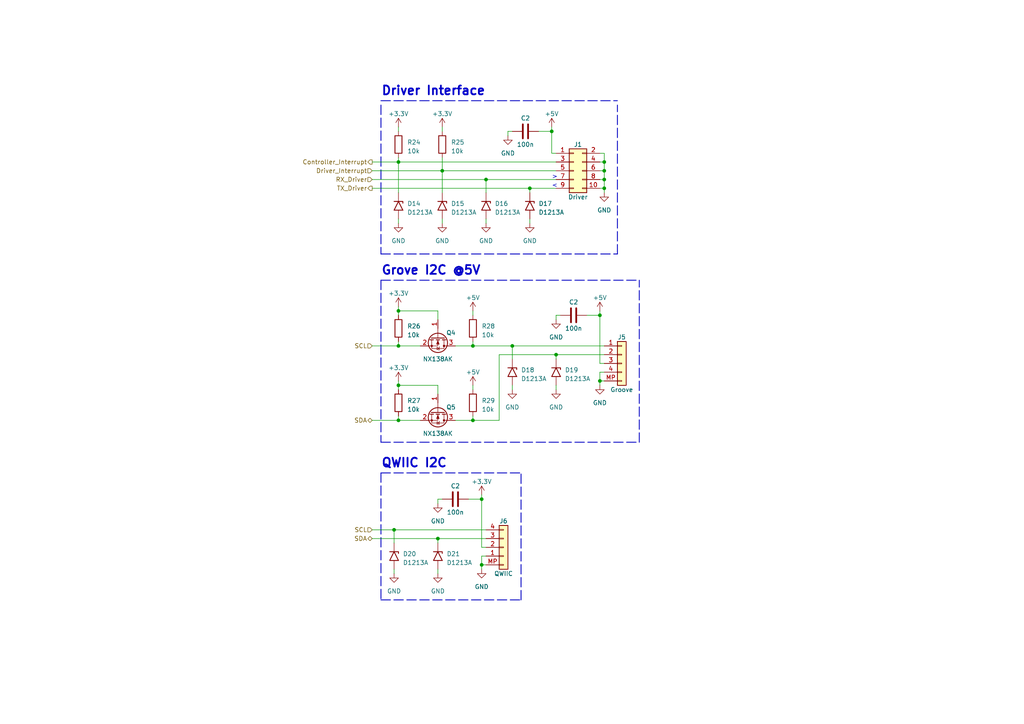
<source format=kicad_sch>
(kicad_sch (version 20230121) (generator eeschema)
  (paper "A4")
  (lib_symbols
    (symbol "Conn_01x04_1" (pin_names (offset 1.016) hide)
      (property "Reference" "J5" (at 0 5.08 0))
      (property "Value" "Groove" (at 0 -10.16 0))
      (symbol "Conn_01x04_1_1_1"
        (rectangle (start -1.27 -7.493) (end 0 -7.747) (stroke (width 0.1524)))
        (rectangle (start -1.27 -4.953) (end 0 -5.207) (stroke (width 0.1524)))
        (rectangle (start -1.27 -2.413) (end 0 -2.667) (stroke (width 0.1524)))
        (rectangle (start -1.27 0.127) (end 0 -0.127) (stroke (width 0.1524)))
        (rectangle (start -1.27 2.667) (end 0 2.413) (stroke (width 0.1524)))
        (rectangle (start -1.27 3.81) (end 1.27 -8.89) (stroke (width 0.254)) (fill (type background)))
        (pin passive line (at -5.08 2.54 0) (length 3.81) (name "Pin_1") (number "1"))
        (pin passive line (at -5.08 0 0) (length 3.81) (name "Pin_2") (number "2"))
        (pin passive line (at -5.08 -2.54 0) (length 3.81) (name "Pin_3") (number "3"))
        (pin passive line (at -5.08 -5.08 0) (length 3.81) (name "Pin_4") (number "4"))
        (pin passive line (at -5.08 -7.62 0) (length 3.81) (name "") (number "MP"))
      )
    )
    (symbol "Connector_Generic:Conn_01x04" (pin_names (offset 1.016) hide)
      (property "Reference" "J6" (at 0 10.16 0))
      (property "Value" "QWIIC" (at 0 -7.62 0))
      (symbol "Conn_01x04_1_1"
        (rectangle (start -1.27 -4.953) (end 0 -5.207) (stroke (width 0.1524)))
        (rectangle (start -1.27 -2.413) (end 0 -2.667) (stroke (width 0.1524)))
        (rectangle (start -1.27 0.127) (end 0 -0.127) (stroke (width 0.1524)))
        (rectangle (start -1.27 2.667) (end 0 2.413) (stroke (width 0.1524)))
        (rectangle (start -1.27 5.207) (end 0 4.953) (stroke (width 0.1524)))
        (rectangle (start -1.27 6.35) (end 1.27 -6.35) (stroke (width 0.254)) (fill (type background)))
        (pin passive line (at -5.08 2.54 0) (length 3.81) (name "Pin_1") (number "1"))
        (pin passive line (at -5.08 0 0) (length 3.81) (name "Pin_2") (number "2"))
        (pin passive line (at -5.08 -2.54 0) (length 3.81) (name "Pin_3") (number "3"))
        (pin passive line (at -5.08 -5.08 0) (length 3.81) (name "Pin_4") (number "4"))
        (pin passive line (at -5.08 5.08 0) (length 3.81) (name "") (number "MP"))
      )
    )
    (symbol "Connector_Generic:Conn_02x05_Odd_Even" (pin_names (offset 1.016) hide)
      (property "Reference" "J" (at 1.27 7.62 0))
      (property "Value" "Conn_02x05_Odd_Even" (at 1.27 -7.62 0))
      (symbol "Conn_02x05_Odd_Even_1_1"
        (rectangle (start -1.27 -4.953) (end 0 -5.207) (stroke (width 0.1524)))
        (rectangle (start -1.27 -2.413) (end 0 -2.667) (stroke (width 0.1524)))
        (rectangle (start -1.27 0.127) (end 0 -0.127) (stroke (width 0.1524)))
        (rectangle (start -1.27 2.667) (end 0 2.413) (stroke (width 0.1524)))
        (rectangle (start -1.27 5.207) (end 0 4.953) (stroke (width 0.1524)))
        (rectangle (start -1.27 6.35) (end 3.81 -6.35) (stroke (width 0.254)) (fill (type background)))
        (rectangle (start 3.81 -4.953) (end 2.54 -5.207) (stroke (width 0.1524)))
        (rectangle (start 3.81 -2.413) (end 2.54 -2.667) (stroke (width 0.1524)))
        (rectangle (start 3.81 0.127) (end 2.54 -0.127) (stroke (width 0.1524)))
        (rectangle (start 3.81 2.667) (end 2.54 2.413) (stroke (width 0.1524)))
        (rectangle (start 3.81 5.207) (end 2.54 4.953) (stroke (width 0.1524)))
        (pin passive line (at -5.08 5.08 0) (length 3.81) (name "Pin_1") (number "1"))
        (pin passive line (at 7.62 -5.08 180) (length 3.81) (name "Pin_10") (number "10"))
        (pin passive line (at 7.62 5.08 180) (length 3.81) (name "Pin_2") (number "2"))
        (pin passive line (at -5.08 2.54 0) (length 3.81) (name "Pin_3") (number "3"))
        (pin passive line (at 7.62 2.54 180) (length 3.81) (name "Pin_4") (number "4"))
        (pin passive line (at -5.08 0 0) (length 3.81) (name "Pin_5") (number "5"))
        (pin passive line (at 7.62 0 180) (length 3.81) (name "Pin_6") (number "6"))
        (pin passive line (at -5.08 -2.54 0) (length 3.81) (name "Pin_7") (number "7"))
        (pin passive line (at 7.62 -2.54 180) (length 3.81) (name "Pin_8") (number "8"))
        (pin passive line (at -5.08 -5.08 0) (length 3.81) (name "Pin_9") (number "9"))
      )
    )
    (symbol "Device:C" (pin_numbers hide) (pin_names (offset 0.254))
      (property "Reference" "C" (at 0.635 2.54 0))
      (property "Value" "C" (at 0.635 -2.54 0))
      (symbol "C_0_1"
        (polyline (pts (xy -2.032 -0.762) (xy 2.032 -0.762)) (stroke (width 0.508)))
        (polyline (pts (xy -2.032 0.762) (xy 2.032 0.762)) (stroke (width 0.508)))
      )
      (symbol "C_1_1"
        (pin passive line (at 0 3.81 270) (length 2.794) (name "~") (number "1"))
        (pin passive line (at 0 -3.81 90) (length 2.794) (name "~") (number "2"))
      )
    )
    (symbol "Device:Q_NMOS_GSD" (pin_names (offset 0) hide)
      (property "Reference" "Q" (at 5.08 1.27 0))
      (property "Value" "Q_NMOS_GSD" (at 5.08 -1.27 0))
      (symbol "Q_NMOS_GSD_0_1"
        (polyline (pts (xy 0.254 0) (xy -2.54 0)))
        (polyline (pts (xy 0.254 1.905) (xy 0.254 -1.905)) (stroke (width 0.254)))
        (polyline (pts (xy 0.762 -1.27) (xy 0.762 -2.286)) (stroke (width 0.254)))
        (polyline (pts (xy 0.762 0.508) (xy 0.762 -0.508)) (stroke (width 0.254)))
        (polyline (pts (xy 0.762 2.286) (xy 0.762 1.27)) (stroke (width 0.254)))
        (polyline (pts (xy 2.54 2.54) (xy 2.54 1.778)))
        (polyline (pts (xy 2.54 -2.54) (xy 2.54 0) (xy 0.762 0)))
        (polyline (pts (xy 0.762 -1.778) (xy 3.302 -1.778) (xy 3.302 1.778) (xy 0.762 1.778)))
        (polyline (pts (xy 1.016 0) (xy 2.032 0.381) (xy 2.032 -0.381) (xy 1.016 0)) (fill (type outline)))
        (polyline (pts (xy 2.794 0.508) (xy 2.921 0.381) (xy 3.683 0.381) (xy 3.81 0.254)))
        (polyline (pts (xy 3.302 0.381) (xy 2.921 -0.254) (xy 3.683 -0.254) (xy 3.302 0.381)))
        (circle (center 1.651 0) (radius 2.794) (stroke (width 0.254)))
        (circle (center 2.54 -1.778) (radius 0.254) (fill (type outline)))
        (circle (center 2.54 1.778) (radius 0.254) (fill (type outline)))
      )
      (symbol "Q_NMOS_GSD_1_1"
        (pin input line (at -5.08 0 0) (length 2.54) (name "G") (number "1"))
        (pin passive line (at 2.54 -5.08 90) (length 2.54) (name "S") (number "2"))
        (pin passive line (at 2.54 5.08 270) (length 2.54) (name "D") (number "3"))
      )
    )
    (symbol "Device:R" (pin_numbers hide) (pin_names (offset 0))
      (property "Reference" "R" (at 2.032 0 90))
      (property "Value" "R" (at 0 0 90))
      (symbol "R_0_1"
        (rectangle (start -1.016 -2.54) (end 1.016 2.54) (stroke (width 0.254)))
      )
      (symbol "R_1_1"
        (pin passive line (at 0 3.81 270) (length 1.27) (name "~") (number "1"))
        (pin passive line (at 0 -3.81 90) (length 1.27) (name "~") (number "2"))
      )
    )
    (symbol "Diode:1.5KExxA" (pin_numbers hide) (pin_names (offset 1.016) hide)
      (property "Reference" "D" (at 0 2.54 0))
      (property "Value" "1.5KExxA" (at 0 -2.54 0))
      (symbol "1.5KExxA_0_1"
        (polyline (pts (xy -0.762 1.27) (xy -1.27 1.27) (xy -1.27 -1.27)) (stroke (width 0.254)))
        (polyline (pts (xy 1.27 1.27) (xy 1.27 -1.27) (xy -1.27 0) (xy 1.27 1.27)) (stroke (width 0.254)))
      )
      (symbol "1.5KExxA_1_1"
        (pin passive line (at -3.81 0 0) (length 2.54) (name "A1") (number "1"))
        (pin passive line (at 3.81 0 180) (length 2.54) (name "A2") (number "2"))
      )
    )
    (symbol "power:+3.3V" (power) (pin_names (offset 0))
      (property "Value" "+3.3V" (at 0 3.556 0))
      (symbol "+3.3V_0_1"
        (polyline (pts (xy -0.762 1.27) (xy 0 2.54)))
        (polyline (pts (xy 0 0) (xy 0 2.54)))
        (polyline (pts (xy 0 2.54) (xy 0.762 1.27)))
      )
      (symbol "+3.3V_1_1"
        (pin power_in line (at 0 0 90) (length 0) hide (name "+3.3V") (number "1"))
      )
    )
    (symbol "power:+5V" (power) (pin_names (offset 0))
      (property "Value" "+5V" (at 0 3.556 0))
      (symbol "+5V_0_1"
        (polyline (pts (xy -0.762 1.27) (xy 0 2.54)))
        (polyline (pts (xy 0 0) (xy 0 2.54)))
        (polyline (pts (xy 0 2.54) (xy 0.762 1.27)))
      )
      (symbol "+5V_1_1"
        (pin power_in line (at 0 0 90) (length 0) hide (name "+5V") (number "1"))
      )
    )
    (symbol "power:GND" (power) (pin_names (offset 0))
      (property "Value" "GND" (at 0 -3.81 0))
      (symbol "GND_0_1"
        (polyline (pts (xy 0 0) (xy 0 -1.27) (xy 1.27 -1.27) (xy 0 -2.54) (xy -1.27 -1.27) (xy 0 -1.27)))
      )
      (symbol "GND_1_1"
        (pin power_in line (at 0 0 270) (length 0) hide (name "GND") (number "1"))
      )
    )
  )
  (junction (at 127 156.21))
  (junction (at 175.26 52.07))
  (junction (at 137.16 121.92))
  (junction (at 153.67 54.61))
  (junction (at 173.99 110.49))
  (junction (at 175.26 46.99))
  (junction (at 175.26 49.53))
  (junction (at 160.02 38.1))
  (junction (at 175.26 54.61))
  (junction (at 115.57 121.92))
  (junction (at 128.27 49.53))
  (junction (at 114.3 153.67))
  (junction (at 139.7 163.83))
  (junction (at 161.29 102.87))
  (junction (at 115.57 111.76))
  (junction (at 148.59 100.33))
  (junction (at 115.57 46.99))
  (junction (at 115.57 100.33))
  (junction (at 139.7 144.78))
  (junction (at 115.57 90.17))
  (junction (at 137.16 100.33))
  (junction (at 140.97 52.07))
  (junction (at 173.99 91.44))
  (wire (pts (xy 153.67 63.5) (xy 153.67 64.77)))
  (wire (pts (xy 114.3 153.67) (xy 114.3 157.48)))
  (wire (pts (xy 173.99 91.44) (xy 173.99 105.41)))
  (wire (pts (xy 115.57 111.76) (xy 115.57 113.03)))
  (polyline (pts (xy 179.07 73.66) (xy 179.07 30.48)) (stroke (width 0.25) (type dash)))
  (wire (pts (xy 107.95 100.33) (xy 115.57 100.33)))
  (wire (pts (xy 127 111.76) (xy 115.57 111.76)))
  (wire (pts (xy 161.29 102.87) (xy 175.26 102.87)))
  (polyline (pts (xy 110.49 128.27) (xy 185.42 128.27)) (stroke (width 0.25) (type dash)))
  (wire (pts (xy 175.26 105.41) (xy 173.99 105.41)))
  (wire (pts (xy 173.99 52.07) (xy 175.26 52.07)))
  (wire (pts (xy 175.26 44.45) (xy 173.99 44.45)))
  (wire (pts (xy 132.08 100.33) (xy 137.16 100.33)))
  (wire (pts (xy 137.16 100.33) (xy 148.59 100.33)))
  (wire (pts (xy 153.67 55.88) (xy 153.67 54.61)))
  (wire (pts (xy 115.57 63.5) (xy 115.57 64.77)))
  (wire (pts (xy 114.3 165.1) (xy 114.3 166.37)))
  (wire (pts (xy 128.27 63.5) (xy 128.27 64.77)))
  (wire (pts (xy 107.95 46.99) (xy 115.57 46.99)))
  (polyline (pts (xy 110.49 137.16) (xy 151.13 137.16)) (stroke (width 0.25) (type dash)))
  (wire (pts (xy 144.78 102.87) (xy 144.78 121.92)))
  (wire (pts (xy 140.97 55.88) (xy 140.97 52.07)))
  (wire (pts (xy 139.7 143.51) (xy 139.7 144.78)))
  (wire (pts (xy 107.95 54.61) (xy 153.67 54.61)))
  (wire (pts (xy 137.16 120.65) (xy 137.16 121.92)))
  (wire (pts (xy 161.29 91.44) (xy 162.56 91.44)))
  (wire (pts (xy 107.95 153.67) (xy 114.3 153.67)))
  (wire (pts (xy 170.18 91.44) (xy 173.99 91.44)))
  (wire (pts (xy 140.97 52.07) (xy 161.29 52.07)))
  (wire (pts (xy 137.16 90.17) (xy 137.16 91.44)))
  (wire (pts (xy 127 165.1) (xy 127 166.37)))
  (wire (pts (xy 127 146.05) (xy 127 144.78)))
  (wire (pts (xy 153.67 54.61) (xy 161.29 54.61)))
  (wire (pts (xy 175.26 55.88) (xy 175.26 54.61)))
  (wire (pts (xy 173.99 110.49) (xy 173.99 111.76)))
  (wire (pts (xy 160.02 38.1) (xy 160.02 44.45)))
  (wire (pts (xy 115.57 46.99) (xy 161.29 46.99)))
  (wire (pts (xy 173.99 110.49) (xy 173.99 107.95)))
  (wire (pts (xy 175.26 54.61) (xy 175.26 52.07)))
  (wire (pts (xy 128.27 36.83) (xy 128.27 38.1)))
  (wire (pts (xy 137.16 99.06) (xy 137.16 100.33)))
  (wire (pts (xy 107.95 156.21) (xy 127 156.21)))
  (polyline (pts (xy 151.13 173.99) (xy 151.13 137.16)) (stroke (width 0.25) (type dash)))
  (wire (pts (xy 173.99 107.95) (xy 175.26 107.95)))
  (wire (pts (xy 115.57 55.88) (xy 115.57 46.99)))
  (wire (pts (xy 128.27 55.88) (xy 128.27 49.53)))
  (wire (pts (xy 127 111.76) (xy 127 114.3)))
  (wire (pts (xy 139.7 163.83) (xy 139.7 161.29)))
  (wire (pts (xy 115.57 90.17) (xy 115.57 91.44)))
  (wire (pts (xy 115.57 110.49) (xy 115.57 111.76)))
  (wire (pts (xy 115.57 121.92) (xy 121.92 121.92)))
  (wire (pts (xy 127 156.21) (xy 140.97 156.21)))
  (wire (pts (xy 156.21 38.1) (xy 160.02 38.1)))
  (wire (pts (xy 173.99 46.99) (xy 175.26 46.99)))
  (wire (pts (xy 139.7 163.83) (xy 140.97 163.83)))
  (wire (pts (xy 144.78 102.87) (xy 161.29 102.87)))
  (wire (pts (xy 115.57 100.33) (xy 121.92 100.33)))
  (wire (pts (xy 115.57 88.9) (xy 115.57 90.17)))
  (wire (pts (xy 114.3 153.67) (xy 140.97 153.67)))
  (wire (pts (xy 128.27 49.53) (xy 161.29 49.53)))
  (wire (pts (xy 127 156.21) (xy 127 157.48)))
  (wire (pts (xy 147.32 39.37) (xy 147.32 38.1)))
  (wire (pts (xy 139.7 144.78) (xy 139.7 158.75)))
  (wire (pts (xy 161.29 111.76) (xy 161.29 113.03)))
  (wire (pts (xy 107.95 121.92) (xy 115.57 121.92)))
  (wire (pts (xy 175.26 52.07) (xy 175.26 49.53)))
  (wire (pts (xy 160.02 36.83) (xy 160.02 38.1)))
  (wire (pts (xy 137.16 121.92) (xy 144.78 121.92)))
  (wire (pts (xy 173.99 54.61) (xy 175.26 54.61)))
  (wire (pts (xy 161.29 44.45) (xy 160.02 44.45)))
  (wire (pts (xy 135.89 144.78) (xy 139.7 144.78)))
  (wire (pts (xy 173.99 90.17) (xy 173.99 91.44)))
  (wire (pts (xy 161.29 102.87) (xy 161.29 104.14)))
  (wire (pts (xy 161.29 92.71) (xy 161.29 91.44)))
  (wire (pts (xy 107.95 49.53) (xy 128.27 49.53)))
  (wire (pts (xy 148.59 100.33) (xy 148.59 104.14)))
  (polyline (pts (xy 110.49 81.28) (xy 110.49 128.27)) (stroke (width 0.25) (type dash)))
  (polyline (pts (xy 110.49 173.99) (xy 151.13 173.99)) (stroke (width 0.25) (type dash)))
  (wire (pts (xy 173.99 110.49) (xy 175.26 110.49)))
  (wire (pts (xy 115.57 45.72) (xy 115.57 46.99)))
  (polyline (pts (xy 110.49 137.16) (xy 110.49 173.99)) (stroke (width 0.25) (type dash)))
  (wire (pts (xy 115.57 36.83) (xy 115.57 38.1)))
  (wire (pts (xy 127 90.17) (xy 127 92.71)))
  (polyline (pts (xy 110.49 73.66) (xy 179.07 73.66)) (stroke (width 0.25) (type dash)))
  (polyline (pts (xy 110.49 30.48) (xy 110.49 73.66)) (stroke (width 0.25) (type dash)))
  (wire (pts (xy 175.26 46.99) (xy 175.26 44.45)))
  (wire (pts (xy 139.7 161.29) (xy 140.97 161.29)))
  (wire (pts (xy 128.27 45.72) (xy 128.27 49.53)))
  (wire (pts (xy 127 90.17) (xy 115.57 90.17)))
  (polyline (pts (xy 185.42 128.27) (xy 185.42 81.28)) (stroke (width 0.25) (type dash)))
  (polyline (pts (xy 110.49 29.21) (xy 179.07 29.21)) (stroke (width 0.25) (type dash)))
  (wire (pts (xy 140.97 63.5) (xy 140.97 64.77)))
  (wire (pts (xy 132.08 121.92) (xy 137.16 121.92)))
  (wire (pts (xy 173.99 49.53) (xy 175.26 49.53)))
  (wire (pts (xy 137.16 111.76) (xy 137.16 113.03)))
  (wire (pts (xy 148.59 100.33) (xy 175.26 100.33)))
  (polyline (pts (xy 110.49 81.28) (xy 185.42 81.28)) (stroke (width 0.25) (type dash)))
  (wire (pts (xy 115.57 120.65) (xy 115.57 121.92)))
  (wire (pts (xy 139.7 165.1) (xy 139.7 163.83)))
  (wire (pts (xy 148.59 111.76) (xy 148.59 113.03)))
  (wire (pts (xy 140.97 158.75) (xy 139.7 158.75)))
  (wire (pts (xy 147.32 38.1) (xy 148.59 38.1)))
  (wire (pts (xy 127 144.78) (xy 128.27 144.78)))
  (wire (pts (xy 115.57 99.06) (xy 115.57 100.33)))
  (wire (pts (xy 175.26 49.53) (xy 175.26 46.99)))
  (wire (pts (xy 107.95 52.07) (xy 140.97 52.07)))
  (text ">" (at 160.02 52.07 0) (effects (font (size 1.27 1.27)) (justify left bottom)))
  (text "Grove I2C @5V" (at 110.49 80.01 0) (effects (font (size 2.54 2.54) bold) (justify left bottom)))
  (text "Driver Interface\n" (at 110.49 27.94 0) (effects (font (size 2.54 2.54) bold) (justify left bottom)))
  (text "QWIIC I2C" (at 110.49 135.89 0) (effects (font (size 2.54 2.54) bold) (justify left bottom)))
  (text "<" (at 160.02 54.61 0) (effects (font (size 1.27 1.27)) (justify left bottom)))
  (hierarchical_label "Controller_Interrupt" (shape output) (at 107.95 46.99 180))
  (hierarchical_label "SDA" (shape bidirectional) (at 107.95 121.92 180))
  (hierarchical_label "SCL" (shape input) (at 107.95 153.67 180))
  (hierarchical_label "SCL" (shape input) (at 107.95 100.33 180))
  (hierarchical_label "RX_Driver" (shape input) (at 107.95 52.07 180))
  (hierarchical_label "TX_Driver" (shape output) (at 107.95 54.61 180))
  (hierarchical_label "Driver_Interrupt" (shape input) (at 107.95 49.53 180))
  (hierarchical_label "SDA" (shape bidirectional) (at 107.95 156.21 180))
  (symbol (lib_id "Device:C") (at 166.37 91.44 90) (unit 1)
    (property "Reference" "C2" (at 166.37 87.63 90))
    (property "Value" "100n" (at 166.37 95.25 90))
    (property "Footprint" "Capacitor_SMD:C_0805_2012Metric" (effects hide))
    (instances (project "Controller" (path "" (reference "C2") (unit 1)) (path "" (reference "C1") (unit 1)) (path "" (reference "C6") (unit 1)) (path "" (reference "C11") (unit 1))))
  )
  (symbol (lib_id "power:GND") (at 128.27 64.77 0) (unit 1)
    (property "Reference" "#PWR01" (effects hide))
    (property "Value" "GND" (at 128.27 69.85 0))
    (instances (project "Controller" (path "" (reference "#PWR01") (unit 1)) (path "" (reference "#PWR060") (unit 1))))
  )
  (symbol (lib_name "Conn_01x04_1") (lib_id "Connector_Generic:Conn_01x04") (at 180.34 102.87 0) (unit 1)
    (property "Reference" "J5" (at 180.34 97.79 0))
    (property "Value" "Groove" (at 180.34 113.03 0))
    (property "Footprint" "Grove:CONN_BM04B-PASS-1-TFTLFSN_JST" (effects hide))
    (property "DigiKey" "455-2639-1-ND" (effects hide))
  )
  (symbol (lib_id "Diode:1.5KExxA") (at 127 161.29 270) (unit 1)
    (property "Reference" "D21" (at 129.54 160.655 90) (effects (justify left)))
    (property "Value" "D1213A" (at 129.54 163.195 90) (effects (justify left)))
    (property "Footprint" "Diode_SMD:D_SOD-323" (effects hide))
    (property "DigiKey" "D1213A-01WS-7" (effects hide))
  )
  (symbol (lib_id "Device:R") (at 115.57 41.91 0) (unit 1)
    (property "Reference" "R24" (at 118.11 41.275 0) (effects (justify left)))
    (property "Value" "10k" (at 118.11 43.815 0) (effects (justify left)))
    (property "Footprint" "Resistor_SMD:R_0805_2012Metric" (effects hide))
  )
  (symbol (lib_id "power:+5V") (at 137.16 90.17 0) (unit 1)
    (property "Reference" "#PWR04" (effects hide))
    (property "Value" "+5V" (at 137.16 86.36 0))
    (instances (project "Controller" (path "" (reference "#PWR04") (unit 1)) (path "" (reference "#PWR068") (unit 1))))
  )
  (symbol (lib_id "power:+5V") (at 137.16 111.76 0) (unit 1)
    (property "Reference" "#PWR04" (effects hide))
    (property "Value" "+5V" (at 137.16 107.95 0))
    (instances (project "Controller" (path "" (reference "#PWR04") (unit 1)) (path "" (reference "#PWR069") (unit 1))))
  )
  (symbol (lib_id "power:GND") (at 139.7 165.1 0) (unit 1)
    (property "Reference" "#PWR01" (effects hide))
    (property "Value" "GND" (at 139.7 170.18 0))
    (instances (project "Controller" (path "" (reference "#PWR01") (unit 1)) (path "" (reference "#PWR079") (unit 1))))
  )
  (symbol (lib_id "Device:R") (at 115.57 95.25 0) (unit 1)
    (property "Reference" "R26" (at 118.11 94.615 0) (effects (justify left)))
    (property "Value" "10k" (at 118.11 97.155 0) (effects (justify left)))
    (property "Footprint" "Resistor_SMD:R_0805_2012Metric" (effects hide))
  )
  (symbol (lib_id "power:GND") (at 153.67 64.77 0) (unit 1)
    (property "Reference" "#PWR01" (effects hide))
    (property "Value" "GND" (at 153.67 69.85 0))
    (instances (project "Controller" (path "" (reference "#PWR01") (unit 1)) (path "" (reference "#PWR063") (unit 1))))
  )
  (symbol (lib_id "Device:R") (at 128.27 41.91 0) (unit 1)
    (property "Reference" "R25" (at 130.81 41.275 0) (effects (justify left)))
    (property "Value" "10k" (at 130.81 43.815 0) (effects (justify left)))
    (property "Footprint" "Resistor_SMD:R_0805_2012Metric" (effects hide))
  )
  (symbol (lib_id "Diode:1.5KExxA") (at 148.59 107.95 270) (unit 1)
    (property "Reference" "D18" (at 151.13 107.315 90) (effects (justify left)))
    (property "Value" "D1213A" (at 151.13 109.855 90) (effects (justify left)))
    (property "Footprint" "Diode_SMD:D_SOD-323" (effects hide))
    (property "DigiKey" "D1213A-01WS-7" (effects hide))
  )
  (symbol (lib_id "Device:R") (at 115.57 116.84 0) (unit 1)
    (property "Reference" "R27" (at 118.11 116.205 0) (effects (justify left)))
    (property "Value" "10k" (at 118.11 118.745 0) (effects (justify left)))
    (property "Footprint" "Resistor_SMD:R_0805_2012Metric" (effects hide))
  )
  (symbol (lib_id "power:+3.3V") (at 115.57 88.9 0) (unit 1)
    (property "Reference" "#PWR066" (effects hide))
    (property "Value" "+3.3V" (at 115.57 85.09 0))
  )
  (symbol (lib_id "Device:R") (at 137.16 95.25 0) (unit 1)
    (property "Reference" "R28" (at 139.7 94.615 0) (effects (justify left)))
    (property "Value" "10k" (at 139.7 97.155 0) (effects (justify left)))
    (property "Footprint" "Resistor_SMD:R_0805_2012Metric" (effects hide))
  )
  (symbol (lib_id "Diode:1.5KExxA") (at 114.3 161.29 270) (unit 1)
    (property "Reference" "D20" (at 116.84 160.655 90) (effects (justify left)))
    (property "Value" "D1213A" (at 116.84 163.195 90) (effects (justify left)))
    (property "Footprint" "Diode_SMD:D_SOD-323" (effects hide))
    (property "DigiKey" "D1213A-01WS-7" (effects hide))
  )
  (symbol (lib_id "power:+3.3V") (at 128.27 36.83 0) (unit 1)
    (property "Reference" "#PWR059" (effects hide))
    (property "Value" "+3.3V" (at 128.27 33.02 0))
  )
  (symbol (lib_id "power:GND") (at 127 166.37 0) (unit 1)
    (property "Reference" "#PWR01" (effects hide))
    (property "Value" "GND" (at 127 171.45 0))
    (instances (project "Controller" (path "" (reference "#PWR01") (unit 1)) (path "" (reference "#PWR077") (unit 1))))
  )
  (symbol (lib_id "power:GND") (at 114.3 166.37 0) (unit 1)
    (property "Reference" "#PWR01" (effects hide))
    (property "Value" "GND" (at 114.3 171.45 0))
    (instances (project "Controller" (path "" (reference "#PWR01") (unit 1)) (path "" (reference "#PWR075") (unit 1))))
  )
  (symbol (lib_id "power:GND") (at 127 146.05 0) (unit 1)
    (property "Reference" "#PWR01" (effects hide))
    (property "Value" "GND" (at 127 151.13 0))
    (instances (project "Controller" (path "" (reference "#PWR01") (unit 1)) (path "" (reference "#PWR076") (unit 1))))
  )
  (symbol (lib_id "power:GND") (at 161.29 113.03 0) (unit 1)
    (property "Reference" "#PWR01" (effects hide))
    (property "Value" "GND" (at 161.29 118.11 0))
    (instances (project "Controller" (path "" (reference "#PWR01") (unit 1)) (path "" (reference "#PWR072") (unit 1))))
  )
  (symbol (lib_id "power:GND") (at 148.59 113.03 0) (unit 1)
    (property "Reference" "#PWR01" (effects hide))
    (property "Value" "GND" (at 148.59 118.11 0))
    (instances (project "Controller" (path "" (reference "#PWR01") (unit 1)) (path "" (reference "#PWR070") (unit 1))))
  )
  (symbol (lib_id "Diode:1.5KExxA") (at 140.97 59.69 270) (unit 1)
    (property "Reference" "D16" (at 143.51 59.055 90) (effects (justify left)))
    (property "Value" "D1213A" (at 143.51 61.595 90) (effects (justify left)))
    (property "Footprint" "Diode_SMD:D_SOD-323" (effects hide))
    (property "DigiKey" "D1213A-01WS-7" (effects hide))
  )
  (symbol (lib_id "power:+5V") (at 173.99 90.17 0) (unit 1)
    (property "Reference" "#PWR04" (effects hide))
    (property "Value" "+5V" (at 173.99 86.36 0))
    (instances (project "Controller" (path "" (reference "#PWR04") (unit 1)) (path "" (reference "#PWR073") (unit 1))))
  )
  (symbol (lib_id "power:GND") (at 147.32 39.37 0) (unit 1)
    (property "Reference" "#PWR01" (effects hide))
    (property "Value" "GND" (at 147.32 44.45 0))
    (instances (project "Controller" (path "" (reference "#PWR01") (unit 1)) (path "" (reference "#PWR062") (unit 1))))
  )
  (symbol (lib_id "power:GND") (at 140.97 64.77 0) (unit 1)
    (property "Reference" "#PWR01" (effects hide))
    (property "Value" "GND" (at 140.97 69.85 0))
    (instances (project "Controller" (path "" (reference "#PWR01") (unit 1)) (path "" (reference "#PWR061") (unit 1))))
  )
  (symbol (lib_id "Device:C") (at 152.4 38.1 90) (unit 1)
    (property "Reference" "C2" (at 152.4 34.29 90))
    (property "Value" "100n" (at 152.4 41.91 90))
    (property "Footprint" "Capacitor_SMD:C_0805_2012Metric" (effects hide))
    (instances (project "Controller" (path "" (reference "C2") (unit 1)) (path "" (reference "C1") (unit 1)) (path "" (reference "C6") (unit 1)) (path "" (reference "C10") (unit 1))))
  )
  (symbol (lib_id "Device:C") (at 132.08 144.78 90) (unit 1)
    (property "Reference" "C2" (at 132.08 140.97 90))
    (property "Value" "100n" (at 132.08 148.59 90))
    (property "Footprint" "Capacitor_SMD:C_0805_2012Metric" (effects hide))
    (instances (project "Controller" (path "" (reference "C2") (unit 1)) (path "" (reference "C1") (unit 1)) (path "" (reference "C6") (unit 1)) (path "" (reference "C12") (unit 1))))
  )
  (symbol (lib_id "power:+3.3V") (at 115.57 36.83 0) (unit 1)
    (property "Reference" "#PWR057" (effects hide))
    (property "Value" "+3.3V" (at 115.57 33.02 0))
  )
  (symbol (lib_id "Diode:1.5KExxA") (at 161.29 107.95 270) (unit 1)
    (property "Reference" "D19" (at 163.83 107.315 90) (effects (justify left)))
    (property "Value" "D1213A" (at 163.83 109.855 90) (effects (justify left)))
    (property "Footprint" "Diode_SMD:D_SOD-323" (effects hide))
    (property "DigiKey" "D1213A-01WS-7" (effects hide))
  )
  (symbol (lib_id "Device:Q_NMOS_GSD") (at 127 119.38 270) (unit 1)
    (property "Reference" "Q5" (at 130.81 118.11 90))
    (property "Value" "NX138AK" (at 127 125.73 90))
    (property "Footprint" "Package_TO_SOT_SMD:SOT-23" (effects hide))
    (property "DigiKey" "1727-2731-1-ND" (effects hide))
  )
  (symbol (lib_id "power:+5V") (at 160.02 36.83 0) (unit 1)
    (property "Reference" "#PWR04" (effects hide))
    (property "Value" "+5V" (at 160.02 33.02 0))
    (instances (project "Controller" (path "" (reference "#PWR04") (unit 1)) (path "" (reference "#PWR064") (unit 1))))
  )
  (symbol (lib_id "power:+3.3V") (at 139.7 143.51 0) (unit 1)
    (property "Reference" "#PWR078" (effects hide))
    (property "Value" "+3.3V" (at 139.7 139.7 0))
  )
  (symbol (lib_id "power:GND") (at 115.57 64.77 0) (unit 1)
    (property "Reference" "#PWR01" (effects hide))
    (property "Value" "GND" (at 115.57 69.85 0))
    (instances (project "Controller" (path "" (reference "#PWR01") (unit 1)) (path "" (reference "#PWR058") (unit 1))))
  )
  (symbol (lib_id "power:GND") (at 175.26 55.88 0) (unit 1)
    (property "Reference" "#PWR01" (effects hide))
    (property "Value" "GND" (at 175.26 60.96 0))
    (instances (project "Controller" (path "" (reference "#PWR01") (unit 1)) (path "" (reference "#PWR065") (unit 1))))
  )
  (symbol (lib_id "power:+3.3V") (at 115.57 110.49 0) (unit 1)
    (property "Reference" "#PWR067" (effects hide))
    (property "Value" "+3.3V" (at 115.57 106.68 0))
  )
  (symbol (lib_id "Diode:1.5KExxA") (at 128.27 59.69 270) (unit 1)
    (property "Reference" "D15" (at 130.81 59.055 90) (effects (justify left)))
    (property "Value" "D1213A" (at 130.81 61.595 90) (effects (justify left)))
    (property "Footprint" "Diode_SMD:D_SOD-323" (effects hide))
    (property "DigiKey" "D1213A-01WS-7" (effects hide))
  )
  (symbol (lib_id "Device:Q_NMOS_GSD") (at 127 97.79 270) (unit 1)
    (property "Reference" "Q4" (at 130.81 96.52 90))
    (property "Value" "NX138AK" (at 127 104.14 90))
    (property "Footprint" "Package_TO_SOT_SMD:SOT-23" (effects hide))
    (property "DigiKey" "1727-2731-1-ND" (effects hide))
  )
  (symbol (lib_id "power:GND") (at 173.99 111.76 0) (unit 1)
    (property "Reference" "#PWR01" (effects hide))
    (property "Value" "GND" (at 173.99 116.84 0))
    (instances (project "Controller" (path "" (reference "#PWR01") (unit 1)) (path "" (reference "#PWR074") (unit 1))))
  )
  (symbol (lib_id "Diode:1.5KExxA") (at 153.67 59.69 270) (unit 1)
    (property "Reference" "D17" (at 156.21 59.055 90) (effects (justify left)))
    (property "Value" "D1213A" (at 156.21 61.595 90) (effects (justify left)))
    (property "Footprint" "Diode_SMD:D_SOD-323" (effects hide))
    (property "DigiKey" "D1213A-01WS-7" (effects hide))
  )
  (symbol (lib_id "power:GND") (at 161.29 92.71 0) (unit 1)
    (property "Reference" "#PWR01" (effects hide))
    (property "Value" "GND" (at 161.29 97.79 0))
    (instances (project "Controller" (path "" (reference "#PWR01") (unit 1)) (path "" (reference "#PWR071") (unit 1))))
  )
  (symbol (lib_id "Connector_Generic:Conn_02x05_Odd_Even") (at 166.37 49.53 0) (unit 1)
    (property "Reference" "J1" (at 167.64 41.91 0))
    (property "Value" "Driver" (at 167.64 57.15 0))
    (property "Footprint" "Connector_IDC:IDC-Header_2x05_P2.54mm_Vertical_SMD" (effects hide))
    (instances (project "Controller" (path "" (reference "J1") (unit 1)) (path "" (reference "J4") (unit 1))))
  )
  (symbol (lib_id "Device:R") (at 137.16 116.84 0) (unit 1)
    (property "Reference" "R29" (at 139.7 116.205 0) (effects (justify left)))
    (property "Value" "10k" (at 139.7 118.745 0) (effects (justify left)))
    (property "Footprint" "Resistor_SMD:R_0805_2012Metric" (effects hide))
  )
  (symbol (lib_id "Diode:1.5KExxA") (at 115.57 59.69 270) (unit 1)
    (property "Reference" "D14" (at 118.11 59.055 90) (effects (justify left)))
    (property "Value" "D1213A" (at 118.11 61.595 90) (effects (justify left)))
    (property "Footprint" "Diode_SMD:D_SOD-323" (effects hide))
    (property "DigiKey" "D1213A-01WS-7" (effects hide))
  )
  (symbol (lib_id "Connector_Generic:Conn_01x04") (at 146.05 158.75 0) (mirror x) (unit 1)
    (property "Reference" "J6" (at 146.05 151.13 0))
    (property "Value" "QWIIC" (at 146.05 166.37 0))
    (property "Footprint" "Connector_JST:JST_SH_BM04B-SRSS-TB_1x04-1MP_P1.00mm_Vertical" (effects hide))
    (property "DigiKey" "455-1790-1-ND" (effects hide))
  )
)
</source>
